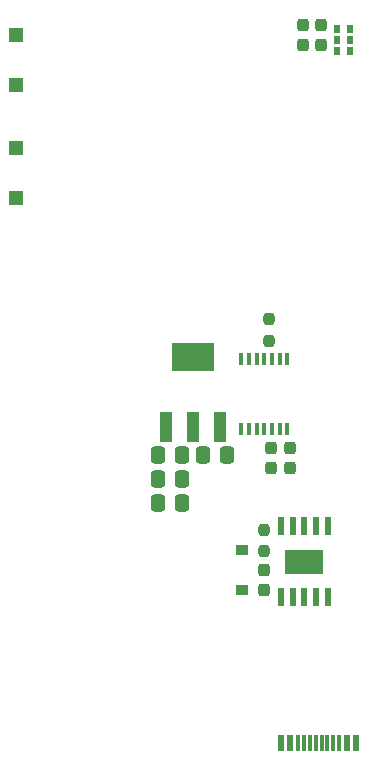
<source format=gtp>
%TF.GenerationSoftware,KiCad,Pcbnew,9.0.6*%
%TF.CreationDate,2025-12-14T22:48:58+01:00*%
%TF.ProjectId,ledBrain,6c656442-7261-4696-9e2e-6b696361645f,rev?*%
%TF.SameCoordinates,Original*%
%TF.FileFunction,Paste,Top*%
%TF.FilePolarity,Positive*%
%FSLAX46Y46*%
G04 Gerber Fmt 4.6, Leading zero omitted, Abs format (unit mm)*
G04 Created by KiCad (PCBNEW 9.0.6) date 2025-12-14 22:48:58*
%MOMM*%
%LPD*%
G01*
G04 APERTURE LIST*
G04 Aperture macros list*
%AMRoundRect*
0 Rectangle with rounded corners*
0 $1 Rounding radius*
0 $2 $3 $4 $5 $6 $7 $8 $9 X,Y pos of 4 corners*
0 Add a 4 corners polygon primitive as box body*
4,1,4,$2,$3,$4,$5,$6,$7,$8,$9,$2,$3,0*
0 Add four circle primitives for the rounded corners*
1,1,$1+$1,$2,$3*
1,1,$1+$1,$4,$5*
1,1,$1+$1,$6,$7*
1,1,$1+$1,$8,$9*
0 Add four rect primitives between the rounded corners*
20,1,$1+$1,$2,$3,$4,$5,0*
20,1,$1+$1,$4,$5,$6,$7,0*
20,1,$1+$1,$6,$7,$8,$9,0*
20,1,$1+$1,$8,$9,$2,$3,0*%
G04 Aperture macros list end*
%ADD10R,0.600000X1.500000*%
%ADD11R,3.300000X2.100000*%
%ADD12RoundRect,0.250000X-0.337500X-0.475000X0.337500X-0.475000X0.337500X0.475000X-0.337500X0.475000X0*%
%ADD13R,0.990000X0.880000*%
%ADD14R,1.200000X1.200000*%
%ADD15RoundRect,0.237500X0.237500X-0.300000X0.237500X0.300000X-0.237500X0.300000X-0.237500X-0.300000X0*%
%ADD16R,1.100000X2.500000*%
%ADD17R,3.600000X2.340000*%
%ADD18RoundRect,0.237500X-0.237500X0.250000X-0.237500X-0.250000X0.237500X-0.250000X0.237500X0.250000X0*%
%ADD19RoundRect,0.237500X-0.237500X0.300000X-0.237500X-0.300000X0.237500X-0.300000X0.237500X0.300000X0*%
%ADD20R,0.600000X1.375000*%
%ADD21R,0.300000X1.375000*%
%ADD22RoundRect,0.237500X0.237500X-0.250000X0.237500X0.250000X-0.237500X0.250000X-0.237500X-0.250000X0*%
%ADD23R,0.300000X0.990000*%
%ADD24R,0.570000X0.640000*%
G04 APERTURE END LIST*
D10*
%TO.C,U3*%
X172800000Y-84900000D03*
X173800000Y-84900000D03*
X174800000Y-84900000D03*
X175800000Y-84900000D03*
X176800000Y-84900000D03*
X176800000Y-78900000D03*
X175800000Y-78900000D03*
X174800000Y-78900000D03*
X173800000Y-78900000D03*
X172800000Y-78900000D03*
D11*
X174800000Y-81900000D03*
%TD*%
D12*
%TO.C,C4*%
X162362500Y-74920000D03*
X164437500Y-74920000D03*
%TD*%
%TO.C,C7*%
X166182500Y-72900000D03*
X168257500Y-72900000D03*
%TD*%
D13*
%TO.C,D1*%
X169500000Y-84280000D03*
X169500000Y-80900000D03*
%TD*%
D12*
%TO.C,C5*%
X162362500Y-76940000D03*
X164437500Y-76940000D03*
%TD*%
D14*
%TO.C,SW2*%
X150370000Y-46890000D03*
X150370000Y-51090000D03*
%TD*%
D15*
%TO.C,C3*%
X171400000Y-84290000D03*
X171400000Y-82565000D03*
%TD*%
D16*
%TO.C,U4*%
X163040000Y-70470000D03*
X165340000Y-70470000D03*
X167640000Y-70470000D03*
D17*
X165340000Y-64530000D03*
%TD*%
D14*
%TO.C,SW3*%
X150370000Y-37290000D03*
X150370000Y-41490000D03*
%TD*%
D18*
%TO.C,R1*%
X171800000Y-61357500D03*
X171800000Y-63182500D03*
%TD*%
D15*
%TO.C,C1*%
X173540000Y-73962500D03*
X173540000Y-72237500D03*
%TD*%
%TO.C,C9*%
X176190000Y-38152500D03*
X176190000Y-36427500D03*
%TD*%
D19*
%TO.C,C2*%
X172000000Y-72237500D03*
X172000000Y-73962500D03*
%TD*%
D20*
%TO.C,USB1*%
X172800000Y-97205000D03*
X173600000Y-97205000D03*
D21*
X174750000Y-97205000D03*
X175750000Y-97205000D03*
X176250000Y-97205000D03*
X177250000Y-97205000D03*
D20*
X179200000Y-97205000D03*
X178400000Y-97205000D03*
D21*
X177750000Y-97205000D03*
X176750000Y-97205000D03*
X175250000Y-97205000D03*
X174250000Y-97205000D03*
%TD*%
D22*
%TO.C,Rset1*%
X171400000Y-81012500D03*
X171400000Y-79187500D03*
%TD*%
D23*
%TO.C,U5*%
X173350000Y-64770000D03*
X172700000Y-64770000D03*
X172050000Y-64770000D03*
X171400000Y-64770000D03*
X170750000Y-64770000D03*
X170100000Y-64770000D03*
X169450000Y-64770000D03*
X169450000Y-70630000D03*
X170100000Y-70630000D03*
X170750000Y-70630000D03*
X171400000Y-70630000D03*
X172050000Y-70630000D03*
X172700000Y-70630000D03*
X173350000Y-70630000D03*
%TD*%
D24*
%TO.C,MIC2*%
X177530000Y-36770000D03*
X177530000Y-37710000D03*
X177530000Y-38650000D03*
X178690000Y-38650000D03*
X178690000Y-37710000D03*
X178690000Y-36770000D03*
%TD*%
D12*
%TO.C,C6*%
X162362500Y-72900000D03*
X164437500Y-72900000D03*
%TD*%
D15*
%TO.C,C8*%
X174670000Y-38152500D03*
X174670000Y-36427500D03*
%TD*%
M02*

</source>
